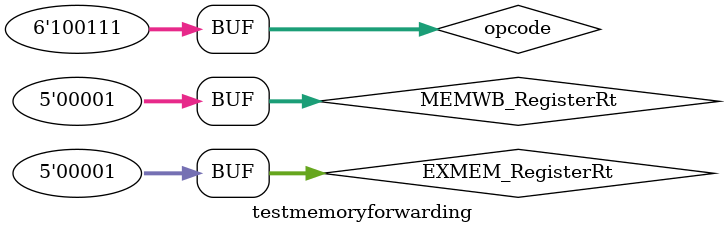
<source format=v>

module forward_memory (EXMEM_MemWrite, MEMWB_RegisterRt,EXMEM_RegisterRt ,forwardM );
input EXMEM_MemWrite;
input [4:0] MEMWB_RegisterRt;
input [4:0] EXMEM_RegisterRt;
output reg forwardM ;

always@(*)
begin
if (EXMEM_MemWrite && (MEMWB_RegisterRt == EXMEM_RegisterRt))
forwardM <= 1'b1;
else
forwardM <= 1'b0;
end
endmodule



//testbench needs updating after the
//changes made to the DUT
module testmemoryforwarding;
reg [5:0] opcode;
reg [4:0] MEMWB_RegisterRt;
reg [4:0] EXMEM_RegisterRt;
wire forwardM ;

initial 
begin 
$monitor("opcode=%d MEMWB_RegisterRt=%d EXMEM_RegisterRt=%d  forwardM=%b    ",opcode,MEMWB_RegisterRt,EXMEM_RegisterRt,forwardM);
#10
opcode<=6'b100011;
MEMWB_RegisterRt<=1;
EXMEM_RegisterRt<=1;

#10
opcode<=6'b100011;
MEMWB_RegisterRt<=6;
EXMEM_RegisterRt<=1;

#10
opcode<=6'b100111;
MEMWB_RegisterRt<=1;
EXMEM_RegisterRt<=1;
end
forward_memory g3(opcode, MEMWB_RegisterRt,EXMEM_RegisterRt ,forwardM );
endmodule

</source>
